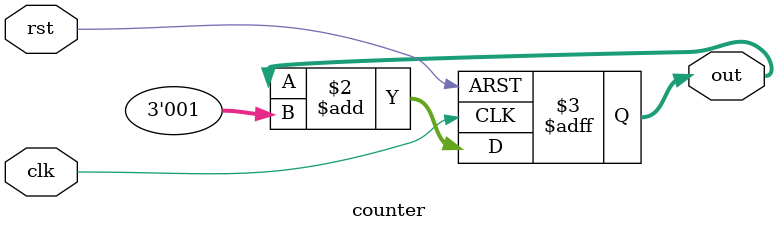
<source format=v>



module counter (rst,clk,out);

	input rst,clk;
	output [2:0] out;
	reg [2:0] out;
	always@(posedge clk,posedge rst)
	begin
		if(rst)
			out <= 3'b000;	
		else
			out <= out + 3'b001;
	end
	
endmodule 
</source>
